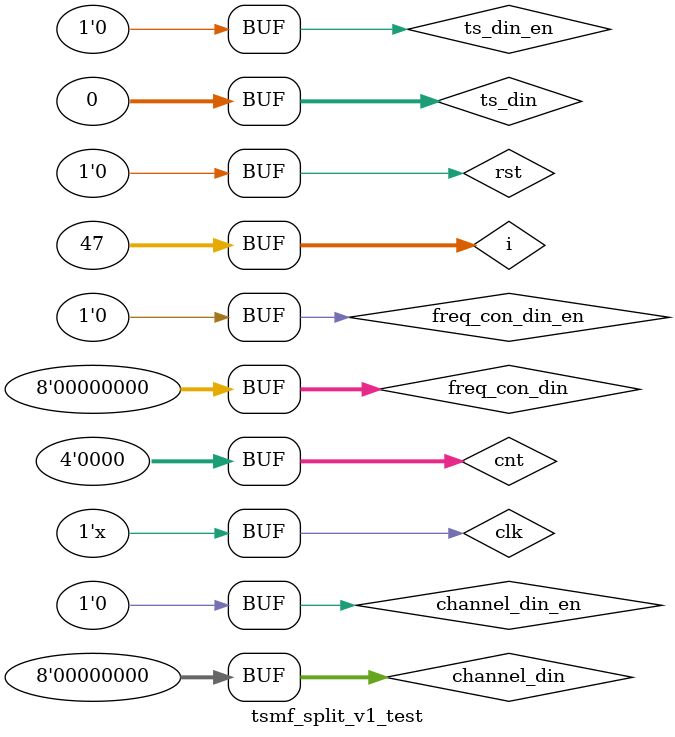
<source format=v>
`timescale 1ns / 1ps


module tsmf_split_v1_test;

	// Inputs
	reg clk;
	reg rst;
	reg [31:0] ts_din;
	reg ts_din_en;
	reg [7:0] freq_con_din;
	reg freq_con_din_en;
	reg [7:0] channel_din;
	reg channel_din_en;

	// Outputs
	wire ts_ram_wr;
	wire [511:0] ts_ram_wdata;
	wire test_flag;

	// Instantiate the Unit Under Test (UUT)
	tsmf_split_v1 uut (
		.clk(clk), 
		.rst(rst), 
		.ts_din(ts_din), 
		.ts_din_en(ts_din_en), 
		.freq_con_din(freq_con_din), 
		.freq_con_din_en(freq_con_din_en), 
		.channel_din(channel_din), 
		.channel_din_en(channel_din_en), 
		.ts_ram_wr(ts_ram_wr), 
		.ts_ram_wdata(ts_ram_wdata), 
		.test_flag(test_flag)
	);

	reg[31:0]i;

  reg[3:0]cnt=0;
  reg[31:0]rand;


	initial begin
		// Initialize Inputs
		clk = 0;
		rst = 0;
		ts_din = 0;
		ts_din_en = 0;
		freq_con_din = 0;
		freq_con_din_en = 0;
		channel_din = 0;
		channel_din_en = 0;

		// Wait 100 ns for global reset to finish
		#1000;
        
    #2 rst =1;
		// Wait 100 ns for global reset to finish
		#1000;
		
			rst=0;
			
			
		
			
		#1000;
		
		#10 freq_con_din_en=1;
		freq_con_din=00;
		#10 freq_con_din=00;
		#10 freq_con_din=1;
		#10 freq_con_din=0;
		#10 freq_con_din=80;
		#10 freq_con_din=0;
		#10 freq_con_din=0;
		#10 freq_con_din=0;		
		#10 freq_con_din=0;
		#10 freq_con_din=0;
		#10 freq_con_din=0;
		#10 freq_con_din=0;
		#10 freq_con_din=0;
		#10 freq_con_din=0;
		#10 freq_con_din=0;
		#10 freq_con_din=0;
		#10 freq_con_din=0;
		#10 freq_con_din=0;
		#10 freq_con_din=0;
		#10 freq_con_din=0;
		#10 freq_con_din=0;
		#10 freq_con_din=0;
		#10 freq_con_din=0;
		#10 freq_con_din=0;
		#10 freq_con_din=0;
		#10 freq_con_din=0;
		#10 freq_con_din_en=0;
		
		
		
		#1000;
		
		ts_send();
		cnt=cnt+1;
		#1000;
		
		ts_send();
		cnt=cnt+1;
		#1000;
		
		ts_send();
		cnt=cnt+1;
		#1000;
		
		ts_send();
		cnt=cnt+1;
		#1000;
		
		ts_send();
		cnt=cnt+1;
		#1000;
		
		ts_send();
		cnt=cnt+1;
		#1000;
		
		ts_send();
			#1000;
		
		ts_send();
		cnt=cnt+1;
		#1000;
		
		ts_send();
		cnt=cnt+1;
		#1000;
		
		ts_send();
		cnt=cnt+1;
		#1000;
		
		ts_send();
		cnt=cnt+1;
		#1000;
		
		ts_send();
		cnt=cnt+1;
		#1000;
		
		ts_send();
		cnt=cnt+1;
		#1000;
		
		ts_send();
			#1000;
		
		ts_send();
		cnt=cnt+1;
		#1000;
		
		ts_send();
		cnt=cnt+1;
		#1000;    
		
		#1000;
		
		ts_send();
		cnt=cnt+1;
		#1000;
		
		ts_send();
		cnt=cnt+1;
		#1000;
		
		ts_send();
		cnt=cnt+1;
		#1000;
		
		ts_send();
		cnt=cnt+1;
		#1000;
		
		ts_send();
		cnt=cnt+1;
		#1000;
		
		ts_send();
		cnt=cnt+1;
		#1000;
		
		ts_send();
			#1000;
		
		ts_send();
		cnt=cnt+1;
		#1000;
		
		ts_send();
		cnt=cnt+1;
		#1000;
		
		ts_send();
		cnt=cnt+1;
		#1000;
		
		ts_send();
		cnt=cnt+1;
		#1000;
		
		ts_send();
		cnt=cnt+1;
		#1000;
		
		ts_send();
		cnt=cnt+1;
		#1000;
		
		ts_send();
			#1000;
		
		ts_send();
		cnt=cnt+1;
		#1000;
		
		ts_send();
		cnt=cnt+1;
		
		#1000;
		
		ts_send();
		cnt=cnt+1;
		#1000;
		
		ts_send();
		cnt=cnt+1;
		#1000;
		
		ts_send();
		cnt=cnt+1;
		#1000;
		
		ts_send();
		cnt=cnt+1;
		#1000;
		
		ts_send();
		cnt=cnt+1;
		#1000;
		
		ts_send();
		cnt=cnt+1;
		#1000;
		
		ts_send();
			#1000;
		
		ts_send();
		cnt=cnt+1;
		#1000;
		
		ts_send();
		cnt=cnt+1;
		#1000;
		
		ts_send();
		cnt=cnt+1;
		#1000;
		
		ts_send();
		cnt=cnt+1;
		#1000;
		
		ts_send();
		cnt=cnt+1;
		#1000;
		
		ts_send();
		cnt=cnt+1;
		#1000;
		
		ts_send();
			#1000;
		
		ts_send();
		cnt=cnt+1;
		#1000;
		
		ts_send();
		cnt=cnt+1;
        #1000;
		
		ts_send();
		cnt=cnt+1;
		#1000;
		
		ts_send();
		cnt=cnt+1;
		#1000;
		
		ts_send();
		cnt=cnt+1;
		#1000;
		
		ts_send();
		cnt=cnt+1;
		#1000;
		
		ts_send();
		cnt=cnt+1;
		#1000;
		
		ts_send();
		cnt=cnt+1;
		#1000;
		
		ts_send();
			#1000;
		
		ts_send();
		cnt=cnt+1;
		#1000;
		
		ts_send();
		cnt=cnt+1;
		#1000;
		
		ts_send();
		cnt=cnt+1;
		#1000;
		
		ts_send();
		cnt=cnt+1;
		#1000;
		
		ts_send();
		cnt=cnt+1;
		#1000;
		
		ts_send();
		cnt=cnt+1;
		#1000;
		
		ts_send();
			#1000;
		
		ts_send();
		cnt=cnt+1;
		#1000;
		
		ts_send();
		cnt=cnt+1;
		#1000;    
		
		#1000;
		
		ts_send();
		cnt=cnt+1;
		#1000;
		
		ts_send();
		cnt=cnt+1;
		#1000;
		
		ts_send();
		cnt=cnt+1;
		#1000;
		
		ts_send();
		cnt=cnt+1;
		#1000;
		
		ts_send();
		cnt=cnt+1;
		#1000;
		
		ts_send();
		cnt=cnt+1;
		#1000;
		
		ts_send();
			#1000;
		
		ts_send();
		cnt=cnt+1;
		#1000;
		
		ts_send();
		cnt=cnt+1;
		#1000;
		
		ts_send();
		cnt=cnt+1;
		#1000;
		
		ts_send();
		cnt=cnt+1;
		#1000;
		
		ts_send();
		cnt=cnt+1;
		#1000;
		
		ts_send();
		cnt=cnt+1;
		#1000;
		
		ts_send();
			#1000;
		
		ts_send();
		cnt=cnt+1;
		#1000;
		
		ts_send();
		cnt=cnt+1;
		
		#1000;
		
		ts_send();
		cnt=cnt+1;
		#1000;
		
		ts_send();
		cnt=cnt+1;
		#1000;
		
		ts_send();
		cnt=cnt+1;
		#1000;
		
		ts_send();
		cnt=cnt+1;
		#1000;
		
		ts_send();
		cnt=cnt+1;
		#1000;
		
		ts_send();
		cnt=cnt+1;
		#1000;
		
		ts_send();
			#1000;
		
		ts_send();
		cnt=cnt+1;
		#1000;
		
		ts_send();
		cnt=cnt+1;
		#1000;
		
		ts_send();
		cnt=cnt+1;
		#1000;
		
		ts_send();
		cnt=cnt+1;
		#1000;
		
		ts_send();
		cnt=cnt+1;
		#1000;
		
		ts_send();
		cnt=cnt+1;
		#1000;
		
		ts_send();
			#1000;
		
		ts_send();
		cnt=cnt+1;
		#1000;
		
		ts_send();
		cnt=cnt+1;
        #1000;
		
		ts_send();
		cnt=cnt+1;
		#1000;
		
		ts_send();
		cnt=cnt+1;
		#1000;
		
		ts_send();
		cnt=cnt+1;
		#1000;
		
		ts_send();
		cnt=cnt+1;
		#1000;
		
		ts_send();
		cnt=cnt+1;
		#1000;
		
		ts_send();
		cnt=cnt+1;
		#1000;
		
		ts_send();
			#1000;
		
		ts_send();
		cnt=cnt+1;
		#1000;
		
		ts_send();
		cnt=cnt+1;
		#1000;
		
		ts_send();
		cnt=cnt+1;
		#1000;
		
		ts_send();
		cnt=cnt+1;
		#1000;
		
		ts_send();
		cnt=cnt+1;
		#1000;
		
		ts_send();
		cnt=cnt+1;
		#1000;
		
		ts_send();
			#1000;
		
		ts_send();
		cnt=cnt+1;
		#1000;
		
		ts_send();
		cnt=cnt+1;
		#1000;    
		
		#1000;
		
		ts_send();
		cnt=cnt+1;
		#1000;
		
		ts_send();
		cnt=cnt+1;
		#1000;
		
		ts_send();
		cnt=cnt+1;
		#1000;
		
		ts_send();
		cnt=cnt+1;
		#1000;
		
		ts_send();
		cnt=cnt+1;
		#1000;
		
		ts_send();
		cnt=cnt+1;
		#1000;
		
		ts_send();
			#1000;
		
		ts_send();
		cnt=cnt+1;
		#1000;
		
		ts_send();
		cnt=cnt+1;
		#1000;
		
		ts_send();
		cnt=cnt+1;
		#1000;
		
		ts_send();
		cnt=cnt+1;
		#1000;
		
		ts_send();
		cnt=cnt+1;
		#1000;
		
		ts_send();
		cnt=cnt+1;
		#1000;
		
		ts_send();
			#1000;
		
		ts_send();
		cnt=cnt+1;
		#1000;
		
		ts_send();
		cnt=cnt+1;
		
		#1000;
		
		ts_send();
		cnt=cnt+1;
		#1000;
		
		ts_send();
		cnt=cnt+1;
		#1000;
		
		ts_send();
		cnt=cnt+1;
		#1000;
		
		ts_send();
		cnt=cnt+1;
		#1000;
		
		ts_send();
		cnt=cnt+1;
		#1000;
		
		ts_send();
		cnt=cnt+1;
		#1000;
		
		ts_send();
			#1000;
		
		ts_send();
		cnt=cnt+1;
		#1000;
		
		ts_send();
		cnt=cnt+1;
		#1000;
		
		ts_send();
		cnt=cnt+1;
		#1000;
		
		ts_send();
		cnt=cnt+1;
		#1000;
		
		ts_send();
		cnt=cnt+1;
		#1000;
		
		ts_send();
		cnt=cnt+1;
		#1000;
		
		ts_send();
			#1000;
		
		ts_send();
		cnt=cnt+1;
		#1000;
		
		ts_send();
		cnt=cnt+1;
        #1000;
		
		ts_send();
		cnt=cnt+1;
		#1000;
		
		ts_send();
		cnt=cnt+1;
		#1000;
		
		ts_send();
		cnt=cnt+1;
		#1000;
		
		ts_send();
		cnt=cnt+1;
		#1000;
		
		ts_send();
		cnt=cnt+1;
		#1000;
		
		ts_send();
		cnt=cnt+1;
		#1000;
		
		ts_send();
			#1000;
		
		ts_send();
		cnt=cnt+1;
		#1000;
		
		ts_send();
		cnt=cnt+1;
		#1000;
		
		ts_send();
		cnt=cnt+1;
		#1000;
		
		ts_send();
		cnt=cnt+1;
		#1000;
		
		ts_send();
		cnt=cnt+1;
		#1000;
		
		ts_send();
		cnt=cnt+1;
		#1000;
		
		ts_send();
			#1000;
		
		ts_send();
		cnt=cnt+1;
		#1000;
		
		ts_send();
		cnt=cnt+1;
		#1000;    
		
		#1000;
		
		ts_send();
		cnt=cnt+1;
		#1000;
		
		ts_send();
		cnt=cnt+1;
		#1000;
		
		ts_send();
		cnt=cnt+1;
		#1000;
		
		ts_send();
		cnt=cnt+1;
		#1000;
		
		ts_send();
		cnt=cnt+1;
		#1000;
		
		ts_send();
		cnt=cnt+1;
		#1000;
		
		ts_send();
			#1000;
		
		ts_send();
		cnt=cnt+1;
		#1000;
		
		ts_send();
		cnt=cnt+1;
		#1000;
		
		ts_send();
		cnt=cnt+1;
		#1000;
		
		ts_send();
		cnt=cnt+1;
		#1000;
		
		ts_send();
		cnt=cnt+1;
		#1000;
		
		ts_send();
		cnt=cnt+1;
		#1000;
		
		ts_send();
			#1000;
		
		ts_send();
		cnt=cnt+1;
		#1000;
		
		ts_send();
		cnt=cnt+1;
		
		#1000;
		
		ts_send();
		cnt=cnt+1;
		#1000;
		
		ts_send();
		cnt=cnt+1;
		#1000;
		
		ts_send();
		cnt=cnt+1;
		#1000;
		
		ts_send();
		cnt=cnt+1;
		#1000;
		
		ts_send();
		cnt=cnt+1;
		#1000;
		
		ts_send();
		cnt=cnt+1;
		#1000;
		
		ts_send();
			#1000;
		
		ts_send();
		cnt=cnt+1;
		#1000;
		
		ts_send();
		cnt=cnt+1;
		#1000;
		
		ts_send();
		cnt=cnt+1;
		#1000;
		
		ts_send();
		cnt=cnt+1;
		#1000;
		
		ts_send();
		cnt=cnt+1;
		#1000;
		
		ts_send();
		cnt=cnt+1;
		#1000;
		
		ts_send();
			#1000;
		
		ts_send();
		cnt=cnt+1;
		#1000;
		
		ts_send();
		cnt=cnt+1;
        #1000;
		
		ts_send();
		cnt=cnt+1;
		#1000;
		
		ts_send();
		cnt=cnt+1;
		#1000;
		
		ts_send();
		cnt=cnt+1;
		#1000;
		
		ts_send();
		cnt=cnt+1;
		#1000;
		
		ts_send();
		cnt=cnt+1;
		#1000;
		
		ts_send();
		cnt=cnt+1;
		#1000;
		
		ts_send();
			#1000;
		
		ts_send();
		cnt=cnt+1;
		#1000;
		
		ts_send();
		cnt=cnt+1;
		#1000;
		
		ts_send();
		cnt=cnt+1;
		#1000;
		
		ts_send();
		cnt=cnt+1;
		#1000;
		
		ts_send();
		cnt=cnt+1;
		#1000;
		
		ts_send();
		cnt=cnt+1;
		#1000;
		
		ts_send();
			#1000;
		
		ts_send();
		cnt=cnt+1;
		#1000;
		
		ts_send();
		cnt=cnt+1;
		#1000;    
		
		#1000;
		
		ts_send();
		cnt=cnt+1;
		#1000;
		
		ts_send();
		cnt=cnt+1;
		#1000;
		
		ts_send();
		cnt=cnt+1;
		#1000;
		
		ts_send();
		cnt=cnt+1;
		#1000;
		
		ts_send();
		cnt=cnt+1;
		#1000;
		
		ts_send();
		cnt=cnt+1;
		#1000;
		
		ts_send();
			#1000;
		
		ts_send();
		cnt=cnt+1;
		#1000;
		
		ts_send();
		cnt=cnt+1;
		#1000;
		
		ts_send();
		cnt=cnt+1;
		#1000;
		
		ts_send();
		cnt=cnt+1;
		#1000;
		
		ts_send();
		cnt=cnt+1;
		#1000;
		
		ts_send();
		cnt=cnt+1;
		#1000;
		
		ts_send();
			#1000;
		
		ts_send();
		cnt=cnt+1;
		#1000;
		
		ts_send();
		cnt=cnt+1;
		
		#1000;
		
		ts_send();
		cnt=cnt+1;
		#1000;
		
		ts_send();
		cnt=cnt+1;
		#1000;
		
		ts_send();
		cnt=cnt+1;
		#1000;
		
		ts_send();
		cnt=cnt+1;
		#1000;
		
		ts_send();
		cnt=cnt+1;
		#1000;
		
		ts_send();
		cnt=cnt+1;
		#1000;
		
		ts_send();
			#1000;
		
		ts_send();
		cnt=cnt+1;
		#1000;
		
		ts_send();
		cnt=cnt+1;
		#1000;
		
		ts_send();
		cnt=cnt+1;
		#1000;
		
		ts_send();
		cnt=cnt+1;
		#1000;
		
		ts_send();
		cnt=cnt+1;
		#1000;
		
		ts_send();
		cnt=cnt+1;
		#1000;
		
		ts_send();
			#1000;
		
		ts_send();
		cnt=cnt+1;
		#1000;
		
		ts_send();
		cnt=cnt+1;
        #1000;
		
		ts_send();
		cnt=cnt+1;
		#1000;
		
		ts_send();
		cnt=cnt+1;
		#1000;
		
		ts_send();
		cnt=cnt+1;
		#1000;
		
		ts_send();
		cnt=cnt+1;
		#1000;
		
		ts_send();
		cnt=cnt+1;
		#1000;
		
		ts_send();
		cnt=cnt+1;
		#1000;
		
		ts_send();
			#1000;
		
		ts_send();
		cnt=cnt+1;
		#1000;
		
		ts_send();
		cnt=cnt+1;
		#1000;
		
		ts_send();
		cnt=cnt+1;
		#1000;
		
		ts_send();
		cnt=cnt+1;
		#1000;
		
		ts_send();
		cnt=cnt+1;
		#1000;
		
		ts_send();
		cnt=cnt+1;
		#1000;
		
		ts_send();
			#1000;
		
		ts_send();
		cnt=cnt+1;
		#1000;
		
		ts_send();
		cnt=cnt+1;
		#1000;    
		
		#1000;
		
		ts_send();
		cnt=cnt+1;
		#1000;
		
		ts_send();
		cnt=cnt+1;
		#1000;
		
		ts_send();
		cnt=cnt+1;
		#1000;
		
		ts_send();
		cnt=cnt+1;
		#1000;
		
		ts_send();
		cnt=cnt+1;
		#1000;
		
		ts_send();
		cnt=cnt+1;
		#1000;
		
		ts_send();
			#1000;
		
		ts_send();
		cnt=cnt+1;
		#1000;
		
		ts_send();
		cnt=cnt+1;
		#1000;
		
		ts_send();
		cnt=cnt+1;
		#1000;
		
		ts_send();
		cnt=cnt+1;
		#1000;
		
		ts_send();
		cnt=cnt+1;
		#1000;
		
		ts_send();
		cnt=cnt+1;
		#1000;
		
		ts_send();
			#1000;
		
		ts_send();
		cnt=cnt+1;
		#1000;
		
		ts_send();
		cnt=cnt+1;
		
		#1000;
		
		ts_send();
		cnt=cnt+1;
		#1000;
		
		ts_send();
		cnt=cnt+1;
		#1000;
		
		ts_send();
		cnt=cnt+1;
		#1000;
		
		ts_send();
		cnt=cnt+1;
		#1000;
		
		ts_send();
		cnt=cnt+1;
		#1000;
		
		ts_send();
		cnt=cnt+1;
		#1000;
		
		ts_send();
			#1000;
		
		ts_send();
		cnt=cnt+1;
		#1000;
		
		ts_send();
		cnt=cnt+1;
		#1000;
		
		ts_send();
		cnt=cnt+1;
		#1000;
		
		ts_send();
		cnt=cnt+1;
		#1000;
		
		ts_send();
		cnt=cnt+1;
		#1000;
		
		ts_send();
		cnt=cnt+1;
		#1000;
		
		ts_send();
			#1000;
		
		ts_send();
		cnt=cnt+1;
		#1000;
		
		ts_send();
		cnt=cnt+1;
		
		#1000;
		
		ts_send();
		cnt=cnt+1;
		#1000;
		
		ts_send();
		cnt=cnt+1;
		#1000;
		
		ts_send();
		cnt=cnt+1;
		#1000;
		
		ts_send();
		cnt=cnt+1;
		#1000;
		
		ts_send();
		cnt=cnt+1;
		#1000;
		
		ts_send();
		cnt=cnt+1;
		#1000;
		
		ts_send();
			#1000;
		
		ts_send();
		cnt=cnt+1;
		#1000;
		
		ts_send();
		cnt=cnt+1;
		#1000;
		
		ts_send();
		cnt=cnt+1;
		#1000;
		
		ts_send();
		cnt=cnt+1;
		#1000;
		
		ts_send();
		cnt=cnt+1;
		#1000;
		
		ts_send();
		cnt=cnt+1;
		#1000;
		
		ts_send();
			#1000;
		
		ts_send();
		cnt=cnt+1;
		#1000;
		
		ts_send();
		cnt=cnt+1;
		#1000;    
		
		#1000;
		
		ts_send();
		cnt=cnt+1;
		#1000;
		
		ts_send();
		cnt=cnt+1;
		#1000;
		
		ts_send();
		cnt=cnt+1;
		#1000;
		
		ts_send();
		cnt=cnt+1;
		#1000;
		
		ts_send();
		cnt=cnt+1;
		#1000;
		
		ts_send();
		cnt=cnt+1;
		#1000;
		
		ts_send();
			#1000;
		
		ts_send();
		cnt=cnt+1;
		#1000;
		
		ts_send();
		cnt=cnt+1;
		#1000;
		
		ts_send();
		cnt=cnt+1;
		#1000;
		
		ts_send();
		cnt=cnt+1;
		#1000;
		
		ts_send();
		cnt=cnt+1;
		#1000;
		
		ts_send();
		cnt=cnt+1;
		#1000;
		
		ts_send();
			#1000;
		
		ts_send();
		cnt=cnt+1;
		#1000;
		
		ts_send();
		cnt=cnt+1;
		
		#1000;
		
		ts_send();
		cnt=cnt+1;
		#1000;
		
		ts_send();
		cnt=cnt+1;
		#1000;
		
		ts_send();
		cnt=cnt+1;
		#1000;
		
		ts_send();
		cnt=cnt+1;
		#1000;
		
		ts_send();
		cnt=cnt+1;
		#1000;
		
		ts_send();
		cnt=cnt+1;
		#1000;
		
		ts_send();
			#1000;
		
		ts_send();
		cnt=cnt+1;
		#1000;
		
		ts_send();
		cnt=cnt+1;
		#1000;
		
		ts_send();
		cnt=cnt+1;
		#1000;
		
		ts_send();
		cnt=cnt+1;
		#1000;
		
		ts_send();
		cnt=cnt+1;
		#1000;
		
		ts_send();
		cnt=cnt+1;
		#1000;
		
		ts_send();
			#1000;
		
		ts_send();
		cnt=cnt+1;
		#1000;
		
		ts_send();
		cnt=cnt+1;
        #1000;
		
		ts_send();
		cnt=cnt+1;
		#1000;
		
		ts_send();
		cnt=cnt+1;
		#1000;
		
		ts_send();
		cnt=cnt+1;
		#1000;
		
		ts_send();
		cnt=cnt+1;
		#1000;
		
		ts_send();
		cnt=cnt+1;
		#1000;
		
		ts_send();
		cnt=cnt+1;
		#1000;
		
		ts_send();
			#1000;
		
		ts_send();
		cnt=cnt+1;
		#1000;
		
		ts_send();
		cnt=cnt+1;
		#1000;
		
		ts_send();
		cnt=cnt+1;
		#1000;
		
		ts_send();
		cnt=cnt+1;
		#1000;
		
		ts_send();
		cnt=cnt+1;
		#1000;
		
		ts_send();
		cnt=cnt+1;
		#1000;
		
		ts_send();
			#1000;
		
		ts_send();
		cnt=cnt+1;
		#1000;
		
		ts_send();
		cnt=cnt+1;
		#1000;    
		
		#1000;
		
		ts_send();
		cnt=cnt+1;
		#1000;
		
		ts_send();
		cnt=cnt+1;
		#1000;
		
		ts_send();
		cnt=cnt+1;
		#1000;
		
		ts_send();
		cnt=cnt+1;
		#1000;
		
		ts_send();
		cnt=cnt+1;
		#1000;
		
		ts_send();
		cnt=cnt+1;
		#1000;
		
		ts_send();
			#1000;
		
		ts_send();
		cnt=cnt+1;
		#1000;
		
		ts_send();
		cnt=cnt+1;
		#1000;
		
		ts_send();
		cnt=cnt+1;
		#1000;
		
		ts_send();
		cnt=cnt+1;
		#1000;
		
		ts_send();
		cnt=cnt+1;
		#1000;
		
		ts_send();
		cnt=cnt+1;
		#1000;
		
		ts_send();
			#1000;
		
		ts_send();
		cnt=cnt+1;
		#1000;
		
		ts_send();
		cnt=cnt+1;
		
		#1000;
		
		ts_send();
		cnt=cnt+1;
		#1000;
		
		ts_send();
		cnt=cnt+1;
		#1000;
		
		ts_send();
		cnt=cnt+1;
		#1000;
		
		ts_send();
		cnt=cnt+1;
		#1000;
		
		ts_send();
		cnt=cnt+1;
		#1000;
		
		ts_send();
		cnt=cnt+1;
		#1000;
		
		ts_send();
			#1000;
		
		ts_send();
		cnt=cnt+1;
		#1000;
		
		ts_send();
		cnt=cnt+1;
		#1000;
		
		ts_send();
		cnt=cnt+1;
		#1000;
		
		ts_send();
		cnt=cnt+1;
		#1000;
		
		ts_send();
		cnt=cnt+1;
		#1000;
		
		ts_send();
		cnt=cnt+1;
		#1000;
		
		ts_send();
			#1000;
		
		ts_send();
		cnt=cnt+1;
		#1000;
		
		ts_send();
		cnt=cnt+1;
        #1000;
		
		ts_send();
		cnt=cnt+1;
		#1000;
		
		ts_send();
		cnt=cnt+1;
		#1000;
		
		ts_send();
		cnt=cnt+1;
		#1000;
		
		ts_send();
		cnt=cnt+1;
		#1000;
		
		ts_send();
		cnt=cnt+1;
		#1000;
		
		ts_send();
		cnt=cnt+1;
		#1000;
		
		ts_send();
			#1000;
		
		ts_send();
		cnt=cnt+1;
		#1000;
		
		ts_send();
		cnt=cnt+1;
		#1000;
		
		ts_send();
		cnt=cnt+1;
		#1000;
		
		ts_send();
		cnt=cnt+1;
		#1000;
		
		ts_send();
		cnt=cnt+1;
		#1000;
		
		ts_send();
		cnt=cnt+1;
		#1000;
		
		ts_send();
			#1000;
		
		ts_send();
		cnt=cnt+1;
		#1000;
		
		ts_send();
		cnt=cnt+1;
		#1000;    
		
		#1000;
		
		ts_send();
		cnt=cnt+1;
		#1000;
		
		ts_send();
		cnt=cnt+1;
		#1000;
		
		ts_send();
		cnt=cnt+1;
		#1000;
		
		ts_send();
		cnt=cnt+1;
		#1000;
		
		ts_send();
		cnt=cnt+1;
		#1000;
		
		ts_send();
		cnt=cnt+1;
		#1000;
		
		ts_send();
			#1000;
		
		ts_send();
		cnt=cnt+1;
		#1000;
		
		ts_send();
		cnt=cnt+1;
		#1000;
		
		ts_send();
		cnt=cnt+1;
		#1000;
		
		ts_send();
		cnt=cnt+1;
		#1000;
		
		ts_send();
		cnt=cnt+1;
		#1000;
		
		ts_send();
		cnt=cnt+1;
		#1000;
		
		ts_send();
			#1000;
		
		ts_send();
		cnt=cnt+1;
		#1000;
		
		ts_send();
		cnt=cnt+1;
		
		#1000;
		
		ts_send();
		cnt=cnt+1;
		#1000;
		
		ts_send();
		cnt=cnt+1;
		#1000;
		
		ts_send();
		cnt=cnt+1;
		#1000;
		
		ts_send();
		cnt=cnt+1;
		#1000;
		
		ts_send();
		cnt=cnt+1;
		#1000;
		
		ts_send();
		cnt=cnt+1;
		#1000;
		
		ts_send();
			#1000;
		
		ts_send();
		cnt=cnt+1;
		#1000;
		
		ts_send();
		cnt=cnt+1;
		#1000;
		
		ts_send();
		cnt=cnt+1;
		#1000;
		
		ts_send();
		cnt=cnt+1;
		#1000;
		
		ts_send();
		cnt=cnt+1;
		#1000;
		
		ts_send();
		cnt=cnt+1;
		#1000;
		
		ts_send();
			#1000;
		
		ts_send();
		cnt=cnt+1;
		#1000;
		
		ts_send();
		cnt=cnt+1;
		
		#1000;
		
		ts_send();
		cnt=cnt+1;
		#1000;
		
		ts_send();
		cnt=cnt+1;
		#1000;
		
		ts_send();
		cnt=cnt+1;
		#1000;
		
		ts_send();
		cnt=cnt+1;
		#1000;
		
		ts_send();
		cnt=cnt+1;
		#1000;
		
		ts_send();
		cnt=cnt+1;
		#1000;
		
		ts_send();
			#1000;
		
		ts_send();
		cnt=cnt+1;
		#1000;
		
		ts_send();
		cnt=cnt+1;
		#1000;
		
		ts_send();
		cnt=cnt+1;
		#1000;
		
		ts_send();
		cnt=cnt+1;
		#1000;
		
		ts_send();
		cnt=cnt+1;
		#1000;
		
		ts_send();
		cnt=cnt+1;
		#1000;
		
		ts_send();
			#1000;
		
		ts_send();
		cnt=cnt+1;
		#1000;
		
		ts_send();
		cnt=cnt+1;
		#1000;    
		
		#1000;
		
		ts_send();
		cnt=cnt+1;
		#1000;
		
		ts_send();
		cnt=cnt+1;
		#1000;
		
		ts_send();
		cnt=cnt+1;
		#1000;
		
		ts_send();
		cnt=cnt+1;
		#1000;
		
		ts_send();
		cnt=cnt+1;
		#1000;
		
		ts_send();
		cnt=cnt+1;
		#1000;
		
		ts_send();
			#1000;
		
		ts_send();
		cnt=cnt+1;
		#1000;
		
		ts_send();
		cnt=cnt+1;
		#1000;
		
		ts_send();
		cnt=cnt+1;
		#1000;
		
		ts_send();
		cnt=cnt+1;
		#1000;
		
		ts_send();
		cnt=cnt+1;
		#1000;
		
		ts_send();
		cnt=cnt+1;
		#1000;
		
		ts_send();
			#1000;
		
		ts_send();
		cnt=cnt+1;
		#1000;
		
		ts_send();
		cnt=cnt+1;
		
		#1000;
		
		ts_send();
		cnt=cnt+1;
		#1000;
		
		ts_send();
		cnt=cnt+1;
		#1000;
		
		ts_send();
		cnt=cnt+1;
		#1000;
		
		ts_send();
		cnt=cnt+1;
		#1000;
		
		ts_send();
		cnt=cnt+1;
		#1000;
		
		ts_send();
		cnt=cnt+1;
		#1000;
		
		ts_send();
			#1000;
		
		ts_send();
		cnt=cnt+1;
		#1000;
		
		ts_send();
		cnt=cnt+1;
		#1000;
		
		ts_send();
		cnt=cnt+1;
		#1000;
		
		ts_send();
		cnt=cnt+1;
		#1000;
		
		ts_send();
		cnt=cnt+1;
		#1000;
		
		ts_send();
		cnt=cnt+1;
		#1000;
		
		ts_send();
			#1000;
		
		ts_send();
		cnt=cnt+1;
		#1000;
		
		ts_send();
		cnt=cnt+1;
        #1000;
		
		ts_send();
		cnt=cnt+1;
		#1000;
		
		ts_send();
		cnt=cnt+1;
		#1000;
		
		ts_send();
		cnt=cnt+1;
		#1000;
		
		ts_send();
		cnt=cnt+1;
		#1000;
		
		ts_send();
		cnt=cnt+1;
		#1000;
		
		ts_send();
		cnt=cnt+1;
		#1000;
		
		ts_send();
			#1000;
		
		ts_send();
		cnt=cnt+1;
		#1000;
		
		ts_send();
		cnt=cnt+1;
		#1000;
		
		ts_send();
		cnt=cnt+1;
		#1000;
		
		ts_send();
		cnt=cnt+1;
		#1000;
		
		ts_send();
		cnt=cnt+1;
		#1000;
		
		ts_send();
		cnt=cnt+1;
		#1000;
		
		ts_send();
			#1000;
		
		ts_send();
		cnt=cnt+1;
		#1000;
		
		ts_send();
		cnt=cnt+1;
		#1000;    
		
		#1000;
		
		ts_send();
		cnt=cnt+1;
		#1000;
		
		ts_send();
		cnt=cnt+1;
		#1000;
		
		ts_send();
		cnt=cnt+1;
		#1000;
		
		ts_send();
		cnt=cnt+1;
		#1000;
		
		ts_send();
		cnt=cnt+1;
		#1000;
		
		ts_send();
		cnt=cnt+1;
		#1000;
		
		ts_send();
			#1000;
		
		ts_send();
		cnt=cnt+1;
		#1000;
		
		ts_send();
		cnt=cnt+1;
		#1000;
		
		ts_send();
		cnt=cnt+1;
		#1000;
		
		ts_send();
		cnt=cnt+1;
		#1000;
		
		ts_send();
		cnt=cnt+1;
		#1000;
		
		ts_send();
		cnt=cnt+1;
		#1000;
		
		ts_send();
			#1000;
		
		ts_send();
		cnt=cnt+1;
		#1000;
		
		ts_send();
		cnt=cnt+1;
		
		#1000;
		
		ts_send();
		cnt=cnt+1;
		#1000;
		
		ts_send();
		cnt=cnt+1;
		#1000;
		
		ts_send();
		cnt=cnt+1;
		#1000;
		
		ts_send();
		cnt=cnt+1;
		#1000;
		
		ts_send();
		cnt=cnt+1;
		#1000;
		
		ts_send();
		cnt=cnt+1;
		#1000;
		
		ts_send();
			#1000;
		
		ts_send();
		cnt=cnt+1;
		#1000;
		
		ts_send();
		cnt=cnt+1;
		#1000;
		
		ts_send();
		cnt=cnt+1;
		#1000;
		
		ts_send();
		cnt=cnt+1;
		#1000;
		
		ts_send();
		cnt=cnt+1;
		#1000;
		
		ts_send();
		cnt=cnt+1;
		#1000;
		
		ts_send();
			#1000;
		
		ts_send();
		cnt=cnt+1;
		#1000;
		
		ts_send();
		cnt=cnt+1;
        #1000;
		
		ts_send();
		cnt=cnt+1;
		#1000;
		
		ts_send();
		cnt=cnt+1;
		#1000;
		
		ts_send();
		cnt=cnt+1;
		#1000;
		
		ts_send();
		cnt=cnt+1;
		#1000;
		
		ts_send();
		cnt=cnt+1;
		#1000;
		
		ts_send();
		cnt=cnt+1;
		#1000;
		
		ts_send();
			#1000;
		
		ts_send();
		cnt=cnt+1;
		#1000;
		
		ts_send();
		cnt=cnt+1;
		#1000;
		
		ts_send();
		cnt=cnt+1;
		#1000;
		
		ts_send();
		cnt=cnt+1;
		#1000;
		
		ts_send();
		cnt=cnt+1;
		#1000;
		
		ts_send();
		cnt=cnt+1;
		#1000;
		
		ts_send();
			#1000;
		
		ts_send();
		cnt=cnt+1;
		#1000;
		
		ts_send();
		cnt=cnt+1;
		#1000;    
		
		#1000;
		
		ts_send();
		cnt=cnt+1;
		#1000;
		
		ts_send();
		cnt=cnt+1;
		#1000;
		
		ts_send();
		cnt=cnt+1;
		#1000;
		
		ts_send();
		cnt=cnt+1;
		#1000;
		
		ts_send();
		cnt=cnt+1;
		#1000;
		
		ts_send();
		cnt=cnt+1;
		#1000;
		
		ts_send();
			#1000;
		
		ts_send();
		cnt=cnt+1;
		#1000;
		
		ts_send();
		cnt=cnt+1;
		#1000;
		
		ts_send();
		cnt=cnt+1;
		#1000;
		
		ts_send();
		cnt=cnt+1;
		#1000;
		
		ts_send();
		cnt=cnt+1;
		#1000;
		
		ts_send();
		cnt=cnt+1;
		#1000;
		
		ts_send();
			#1000;
		
		ts_send();
		cnt=cnt+1;
		#1000;
		
		ts_send();
		cnt=cnt+1;
		
		#1000;
		
		ts_send();
		cnt=cnt+1;
		#1000;
		
		ts_send();
		cnt=cnt+1;
		#1000;
		
		ts_send();
		cnt=cnt+1;
		#1000;
		
		ts_send();
		cnt=cnt+1;
		#1000;
		
		ts_send();
		cnt=cnt+1;
		#1000;
		
		ts_send();
		cnt=cnt+1;
		#1000;
		
		ts_send();
			#1000;
		
		ts_send();
		cnt=cnt+1;
		#1000;
		
		ts_send();
		cnt=cnt+1;
		#1000;
		
		ts_send();
		cnt=cnt+1;
		#1000;
		
		ts_send();
		cnt=cnt+1;
		#1000;
		
		ts_send();
		cnt=cnt+1;
		#1000;
		
		ts_send();
		cnt=cnt+1;
		#1000;
		
		ts_send();
			#1000;
		
		ts_send();
		cnt=cnt+1;
		#1000;
		
		ts_send();
		cnt=cnt+1;
        #1000;
		
		ts_send();
		cnt=cnt+1;
		#1000;
		
		ts_send();
		cnt=cnt+1;
		#1000;
		
		ts_send();
		cnt=cnt+1;
		#1000;
		
		ts_send();
		cnt=cnt+1;
		#1000;
		
		ts_send();
		cnt=cnt+1;
		#1000;
		
		ts_send();
		cnt=cnt+1;
		#1000;
		
		ts_send();
			#1000;
		
		ts_send();
		cnt=cnt+1;
		#1000;
		
		ts_send();
		cnt=cnt+1;
		#1000;
		
		ts_send();
		cnt=cnt+1;
		#1000;
		
		ts_send();
		cnt=cnt+1;
		#1000;
		
		ts_send();
		cnt=cnt+1;
		#1000;
		
		ts_send();
		cnt=cnt+1;
		#1000;
		
		ts_send();
			#1000;
		
		ts_send();
		cnt=cnt+1;
		#1000;
		
		ts_send();
		cnt=cnt+1;
		#1000;    
		
		#1000;
		
		ts_send();
		cnt=cnt+1;
		#1000;
		
		ts_send();
		cnt=cnt+1;
		#1000;
		
		ts_send();
		cnt=cnt+1;
		#1000;
		
		ts_send();
		cnt=cnt+1;
		#1000;
		
		ts_send();
		cnt=cnt+1;
		#1000;
		
		ts_send();
		cnt=cnt+1;
		#1000;
		
		ts_send();
			#1000;
		
		ts_send();
		cnt=cnt+1;
		#1000;
		
		ts_send();
		cnt=cnt+1;
		#1000;
		
		ts_send();
		cnt=cnt+1;
		#1000;
		
		ts_send();
		cnt=cnt+1;
		#1000;
		
		ts_send();
		cnt=cnt+1;
		#1000;
		
		ts_send();
		cnt=cnt+1;
		#1000;
		
		ts_send();
			#1000;
		
		ts_send();
		cnt=cnt+1;
		#1000;
		
		ts_send();
		cnt=cnt+1;
		
		#1000;
		
		ts_send();
		cnt=cnt+1;
		#1000;
		
		ts_send();
		cnt=cnt+1;
		#1000;
		
		ts_send();
		cnt=cnt+1;
		#1000;
		
		ts_send();
		cnt=cnt+1;
		#1000;
		
		ts_send();
		cnt=cnt+1;
		#1000;
		
		ts_send();
		cnt=cnt+1;
		#1000;
		
		ts_send();
			#1000;
		
		ts_send();
		cnt=cnt+1;
		#1000;
		
		ts_send();
		cnt=cnt+1;
		#1000;
		
		ts_send();
		cnt=cnt+1;
		#1000;
		
		ts_send();
		cnt=cnt+1;
		#1000;
		
		ts_send();
		cnt=cnt+1;
		#1000;
		
		ts_send();
		cnt=cnt+1;
		#1000;
		
		ts_send();
			#1000;
		
		ts_send();
		cnt=cnt+1;
		#1000;
		
		ts_send();
		cnt=cnt+1;
        #1000;
		
		ts_send();
		cnt=cnt+1;
		#1000;
		
		ts_send();
		cnt=cnt+1;
		#1000;
		
		ts_send();
		cnt=cnt+1;
		#1000;
		
		ts_send();
		cnt=cnt+1;
		#1000;
		
		ts_send();
		cnt=cnt+1;
		#1000;
		
		ts_send();
		cnt=cnt+1;
		#1000;
		
		ts_send();
			#1000;
		
		ts_send();
		cnt=cnt+1;
		#1000;
		
		ts_send();
		cnt=cnt+1;
		#1000;
		
		ts_send();
		cnt=cnt+1;
		#1000;
		
		ts_send();
		cnt=cnt+1;
		#1000;
		
		ts_send();
		cnt=cnt+1;
		#1000;
		
		ts_send();
		cnt=cnt+1;
		#1000;
		
		ts_send();
			#1000;
		
		ts_send();
		cnt=cnt+1;
		#1000;
		
		ts_send();
		cnt=cnt+1;
		#1000;    
		
		#1000;
		
		ts_send();
		cnt=cnt+1;
		#1000;
		
		ts_send();
		cnt=cnt+1;
		#1000;
		
		ts_send();
		cnt=cnt+1;
		#1000;
		
		ts_send();
		cnt=cnt+1;
		#1000;
		
		ts_send();
		cnt=cnt+1;
		#1000;
		
		ts_send();
		cnt=cnt+1;
		#1000;
		
		ts_send();
			#1000;
		
		ts_send();
		cnt=cnt+1;
		#1000;
		
		ts_send();
		cnt=cnt+1;
		#1000;
		
		ts_send();
		cnt=cnt+1;
		#1000;
		
		ts_send();
		cnt=cnt+1;
		#1000;
		
		ts_send();
		cnt=cnt+1;
		#1000;
		
		ts_send();
		cnt=cnt+1;
		#1000;
		
		ts_send();
			#1000;
		
		ts_send();
		cnt=cnt+1;
		#1000;
		
		ts_send();
		cnt=cnt+1;
		
		#1000;
		
		ts_send();
		cnt=cnt+1;
		#1000;
		
		ts_send();
		cnt=cnt+1;
		#1000;
		
		ts_send();
		cnt=cnt+1;
		#1000;
		
		ts_send();
		cnt=cnt+1;
		#1000;
		
		ts_send();
		cnt=cnt+1;
		#1000;
		
		ts_send();
		cnt=cnt+1;
		#1000;
		
		ts_send();
			#1000;
		
		ts_send();
		cnt=cnt+1;
		#1000;
		
		ts_send();
		cnt=cnt+1;
		#1000;
		
		ts_send();
		cnt=cnt+1;
		#1000;
		
		ts_send();
		cnt=cnt+1;
		#1000;
		
		ts_send();
		cnt=cnt+1;
		#1000;
		
		ts_send();
		cnt=cnt+1;
		#1000;
		
		ts_send();
			#1000;
		
		ts_send();
		cnt=cnt+1;
		#1000;
		
		ts_send();
		cnt=cnt+1;
        #1000;
		
		ts_send();
		cnt=cnt+1;
		#1000;
		
		ts_send();
		cnt=cnt+1;
		#1000;
		
		ts_send();
		cnt=cnt+1;
		#1000;
		
		ts_send();
		cnt=cnt+1;
		#1000;
		
		ts_send();
		cnt=cnt+1;
		#1000;
		
		ts_send();
		cnt=cnt+1;
		#1000;
		
		ts_send();
			#1000;
		
		ts_send();
		cnt=cnt+1;
		#1000;
		
		ts_send();
		cnt=cnt+1;
		#1000;
		
		ts_send();
		cnt=cnt+1;
		#1000;
		
		ts_send();
		cnt=cnt+1;
		#1000;
		
		ts_send();
		cnt=cnt+1;
		#1000;
		
		ts_send();
		cnt=cnt+1;
		#1000;
		
		ts_send();
			#1000;
		
		ts_send();
		cnt=cnt+1;
		#1000;
		
		ts_send();
		cnt=cnt+1;
		#1000;    
		
		#1000;
		
		ts_send();
		cnt=cnt+1;
		#1000;
		
		ts_send();
		cnt=cnt+1;
		#1000;
		
		ts_send();
		cnt=cnt+1;
		#1000;
		
		ts_send();
		cnt=cnt+1;
		#1000;
		
		ts_send();
		cnt=cnt+1;
		#1000;
		
		ts_send();
		cnt=cnt+1;
		#1000;
		
		ts_send();
			#1000;
		
		ts_send();
		cnt=cnt+1;
		#1000;
		
		ts_send();
		cnt=cnt+1;
		#1000;
		
		ts_send();
		cnt=cnt+1;
		#1000;
		
		ts_send();
		cnt=cnt+1;
		#1000;
		
		ts_send();
		cnt=cnt+1;
		#1000;
		
		ts_send();
		cnt=cnt+1;
		#1000;
		
		ts_send();
			#1000;
		
		ts_send();
		cnt=cnt+1;
		#1000;
		
		ts_send();
		cnt=cnt+1;
		
		#1000;
		
		ts_send();
		cnt=cnt+1;
		#1000;
		
		ts_send();
		cnt=cnt+1;
		#1000;
		
		ts_send();
		cnt=cnt+1;
		#1000;
		
		ts_send();
		cnt=cnt+1;
		#1000;
		
		ts_send();
		cnt=cnt+1;
		#1000;
		
		ts_send();
		cnt=cnt+1;
		#1000;
		
		ts_send();
			#1000;
		
		ts_send();
		cnt=cnt+1;
		#1000;
		
		ts_send();
		cnt=cnt+1;
		#1000;
		
		ts_send();
		cnt=cnt+1;
		#1000;
		
		ts_send();
		cnt=cnt+1;
		#1000;
		
		ts_send();
		cnt=cnt+1;
		#1000;
		
		ts_send();
		cnt=cnt+1;
		#1000;
		
		ts_send();
			#1000;
		
		ts_send();
		cnt=cnt+1;
		#1000;
		
		ts_send();
		cnt=cnt+1;
		
		#1000;
		
		ts_send();
		cnt=cnt+1;
		#1000;
		
		ts_send();
		cnt=cnt+1;
		#1000;
		
		ts_send();
		cnt=cnt+1;
		#1000;
		
		ts_send();
		cnt=cnt+1;
		#1000;
		
		ts_send();
		cnt=cnt+1;
		#1000;
		
		ts_send();
		cnt=cnt+1;
		#1000;
		
		ts_send();
			#1000;
		
		ts_send();
		cnt=cnt+1;
		#1000;
		
		ts_send();
		cnt=cnt+1;
		#1000;
		
		ts_send();
		cnt=cnt+1;
		#1000;
		
		ts_send();
		cnt=cnt+1;
		#1000;
		
		ts_send();
		cnt=cnt+1;
		#1000;
		
		ts_send();
		cnt=cnt+1;
		#1000;
		
		ts_send();
			#1000;
		
		ts_send();
		cnt=cnt+1;
		#1000;
		
		ts_send();
		cnt=cnt+1;
		#1000;    
		
		#1000;
		
		ts_send();
		cnt=cnt+1;
		#1000;
		
		ts_send();
		cnt=cnt+1;
		#1000;
		
		ts_send();
		cnt=cnt+1;
		#1000;
		
		ts_send();
		cnt=cnt+1;
		#1000;
		
		ts_send();
		cnt=cnt+1;
		#1000;
		
		ts_send();
		cnt=cnt+1;
		#1000;
		
		ts_send();
			#1000;
		
		ts_send();
		cnt=cnt+1;
		#1000;
		
		ts_send();
		cnt=cnt+1;
		#1000;
		
		ts_send();
		cnt=cnt+1;
		#1000;
		
		ts_send();
		cnt=cnt+1;
		#1000;
		
		ts_send();
		cnt=cnt+1;
		#1000;
		
		ts_send();
		cnt=cnt+1;
		#1000;
		
		ts_send();
			#1000;
		
		ts_send();
		cnt=cnt+1;
		#1000;
		
		ts_send();
		cnt=cnt+1;
		
		#1000;
		
		ts_send();
		cnt=cnt+1;
		#1000;
		
		ts_send();
		cnt=cnt+1;
		#1000;
		
		ts_send();
		cnt=cnt+1;
		#1000;
		
		ts_send();
		cnt=cnt+1;
		#1000;
		
		ts_send();
		cnt=cnt+1;
		#1000;
		
		ts_send();
		cnt=cnt+1;
		#1000;
		
		ts_send();
			#1000;
		
		ts_send();
		cnt=cnt+1;
		#1000;
		
		ts_send();
		cnt=cnt+1;
		#1000;
		
		ts_send();
		cnt=cnt+1;
		#1000;
		
		ts_send();
		cnt=cnt+1;
		#1000;
		
		ts_send();
		cnt=cnt+1;
		#1000;
		
		ts_send();
		cnt=cnt+1;
		#1000;
		
		ts_send();
			#1000;
		
		ts_send();
		cnt=cnt+1;
		#1000;
		
		ts_send();
		cnt=cnt+1;
        #1000;
		
		ts_send();
		cnt=cnt+1;
		#1000;
		
		ts_send();
		cnt=cnt+1;
		#1000;
		
		ts_send();
		cnt=cnt+1;
		#1000;
		
		ts_send();
		cnt=cnt+1;
		#1000;
		
		ts_send();
		cnt=cnt+1;
		#1000;
		
		ts_send();
		cnt=cnt+1;
		#1000;
		
		ts_send();
			#1000;
		
		ts_send();
		cnt=cnt+1;
		#1000;
		
		ts_send();
		cnt=cnt+1;
		#1000;
		
		ts_send();
		cnt=cnt+1;
		#1000;
		
		ts_send();
		cnt=cnt+1;
		#1000;
		
		ts_send();
		cnt=cnt+1;
		#1000;
		
		ts_send();
		cnt=cnt+1;
		#1000;
		
		ts_send();
			#1000;
		
		ts_send();
		cnt=cnt+1;
		#1000;
		
		ts_send();
		cnt=cnt+1;
		#1000;    
		
		#1000;
		
		ts_send();
		cnt=cnt+1;
		#1000;
		
		ts_send();
		cnt=cnt+1;
		#1000;
		
		ts_send();
		cnt=cnt+1;
		#1000;
		
		ts_send();
		cnt=cnt+1;
		#1000;
		
		ts_send();
		cnt=cnt+1;
		#1000;
		
		ts_send();
		cnt=cnt+1;
		#1000;
		
		ts_send();
			#1000;
		
		ts_send();
		cnt=cnt+1;
		#1000;
		
		ts_send();
		cnt=cnt+1;
		#1000;
		
		ts_send();
		cnt=cnt+1;
		#1000;
		
		ts_send();
		cnt=cnt+1;
		#1000;
		
		ts_send();
		cnt=cnt+1;
		#1000;
		
		ts_send();
		cnt=cnt+1;
		#1000;
		
		ts_send();
			#1000;
		
		ts_send();
		cnt=cnt+1;
		#1000;
		
		ts_send();
		cnt=cnt+1;
		
		#1000;
		
		ts_send();
		cnt=cnt+1;
		#1000;
		
		ts_send();
		cnt=cnt+1;
		#1000;
		
		ts_send();
		cnt=cnt+1;
		#1000;
		
		ts_send();
		cnt=cnt+1;
		#1000;
		
		ts_send();
		cnt=cnt+1;
		#1000;
		
		ts_send();
		cnt=cnt+1;
		#1000;
		
		ts_send();
			#1000;
		
		ts_send();
		cnt=cnt+1;
		#1000;
		
		ts_send();
		cnt=cnt+1;
		#1000;
		
		ts_send();
		cnt=cnt+1;
		#1000;
		
		ts_send();
		cnt=cnt+1;
		#1000;
		
		ts_send();
		cnt=cnt+1;
		#1000;
		
		ts_send();
		cnt=cnt+1;
		#1000;
		
		ts_send();
			#1000;
		
		ts_send();
		cnt=cnt+1;
		#1000;
		
		ts_send();
		cnt=cnt+1;
        #1000;
		
		ts_send();
		cnt=cnt+1;
		#1000;
		
		ts_send();
		cnt=cnt+1;
		#1000;
		
		ts_send();
		cnt=cnt+1;
		#1000;
		
		ts_send();
		cnt=cnt+1;
		#1000;
		
		ts_send();
		cnt=cnt+1;
		#1000;
		
		ts_send();
		cnt=cnt+1;
		#1000;
		
		ts_send();
			#1000;
		
		ts_send();
		cnt=cnt+1;
		#1000;
		
		ts_send();
		cnt=cnt+1;
		#1000;
		
		ts_send();
		cnt=cnt+1;
		#1000;
		
		ts_send();
		cnt=cnt+1;
		#1000;
		
		ts_send();
		cnt=cnt+1;
		#1000;
		
		ts_send();
		cnt=cnt+1;
		#1000;
		
		ts_send();
			#1000;
		
		ts_send();
		cnt=cnt+1;
		#1000;
		
		ts_send();
		cnt=cnt+1;
		#1000;    
		
		#1000;
		
		ts_send();
		cnt=cnt+1;
		#1000;
		
		ts_send();
		cnt=cnt+1;
		#1000;
		
		ts_send();
		cnt=cnt+1;
		#1000;
		
		ts_send();
		cnt=cnt+1;
		#1000;
		
		ts_send();
		cnt=cnt+1;
		#1000;
		
		ts_send();
		cnt=cnt+1;
		#1000;
		
		ts_send();
			#1000;
		
		ts_send();
		cnt=cnt+1;
		#1000;
		
		ts_send();
		cnt=cnt+1;
		#1000;
		
		ts_send();
		cnt=cnt+1;
		#1000;
		
		ts_send();
		cnt=cnt+1;
		#1000;
		
		ts_send();
		cnt=cnt+1;
		#1000;
		
		ts_send();
		cnt=cnt+1;
		#1000;
		
		ts_send();
			#1000;
		
		ts_send();
		cnt=cnt+1;
		#1000;
		
		ts_send();
		cnt=cnt+1;
		
		#1000;
		
		ts_send();
		cnt=cnt+1;
		#1000;
		
		ts_send();
		cnt=cnt+1;
		#1000;
		
		ts_send();
		cnt=cnt+1;
		#1000;
		
		ts_send();
		cnt=cnt+1;
		#1000;
		
		ts_send();
		cnt=cnt+1;
		#1000;
		
		ts_send();
		cnt=cnt+1;
		#1000;
		
		ts_send();
			#1000;
		
		ts_send();
		cnt=cnt+1;
		#1000;
		
		ts_send();
		cnt=cnt+1;
		#1000;
		
		ts_send();
		cnt=cnt+1;
		#1000;
		
		ts_send();
		cnt=cnt+1;
		#1000;
		
		ts_send();
		cnt=cnt+1;
		#1000;
		
		ts_send();
		cnt=cnt+1;
		#1000;
		
		ts_send();
			#1000;
		
		ts_send();
		cnt=cnt+1;
		#1000;
		
		ts_send();
		cnt=cnt+1;
		// Add stimulus here

	end
	
	always #5 clk=~clk;
	
	task ts_send();
	begin
	rand={$random}%16;
	#10 ts_din_en=1;
  ts_din=1;
  #10 ts_din={28'h4710010,cnt};
  
  for(i=1;i<47;i=i+1)
  #10 ts_din=i;
 	#10 ts_din_en=0;
 	ts_din=0;
 	
 	#100;
	end
	endtask
      
endmodule


</source>
